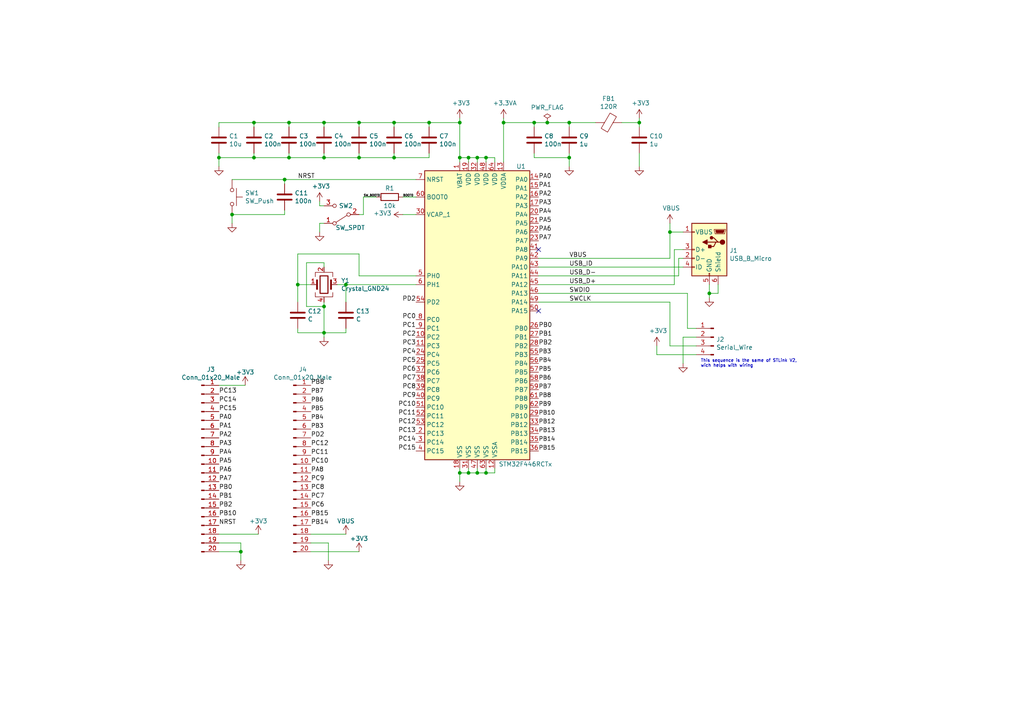
<source format=kicad_sch>
(kicad_sch (version 20211123) (generator eeschema)
  (paper "A4")
  (lib_symbols
    (symbol "Connector:Conn_01x04_Male" (pin_names (offset 1.016) hide)
      (property "Reference" "J" (at 0 5.08 0))
      (property "Value" "Conn_01x04_Male" (at 0 -7.62 0))
      (symbol "Conn_01x04_Male_1_1"
        (polyline (pts (xy 1.27 -5.08) (xy 0.8636 -5.08)) (stroke (width 0.1524)))
        (polyline (pts (xy 1.27 -2.54) (xy 0.8636 -2.54)) (stroke (width 0.1524)))
        (polyline (pts (xy 1.27 0) (xy 0.8636 0)) (stroke (width 0.1524)))
        (polyline (pts (xy 1.27 2.54) (xy 0.8636 2.54)) (stroke (width 0.1524)))
        (rectangle (start 0.8636 -4.953) (end 0 -5.207) (stroke (width 0.1524)) (fill (type outline)))
        (rectangle (start 0.8636 -2.413) (end 0 -2.667) (stroke (width 0.1524)) (fill (type outline)))
        (rectangle (start 0.8636 0.127) (end 0 -0.127) (stroke (width 0.1524)) (fill (type outline)))
        (rectangle (start 0.8636 2.667) (end 0 2.413) (stroke (width 0.1524)) (fill (type outline)))
        (pin passive line (at 5.08 2.54 180) (length 3.81) (name "Pin_1") (number "1"))
        (pin passive line (at 5.08 0 180) (length 3.81) (name "Pin_2") (number "2"))
        (pin passive line (at 5.08 -2.54 180) (length 3.81) (name "Pin_3") (number "3"))
        (pin passive line (at 5.08 -5.08 180) (length 3.81) (name "Pin_4") (number "4"))
      )
    )
    (symbol "Connector:Conn_01x20_Male" (pin_names (offset 1.016) hide)
      (property "Reference" "J" (at 0 25.4 0))
      (property "Value" "Conn_01x20_Male" (at 0 -27.94 0))
      (symbol "Conn_01x20_Male_1_1"
        (polyline (pts (xy 1.27 -25.4) (xy 0.8636 -25.4)) (stroke (width 0.1524)))
        (polyline (pts (xy 1.27 -22.86) (xy 0.8636 -22.86)) (stroke (width 0.1524)))
        (polyline (pts (xy 1.27 -20.32) (xy 0.8636 -20.32)) (stroke (width 0.1524)))
        (polyline (pts (xy 1.27 -17.78) (xy 0.8636 -17.78)) (stroke (width 0.1524)))
        (polyline (pts (xy 1.27 -15.24) (xy 0.8636 -15.24)) (stroke (width 0.1524)))
        (polyline (pts (xy 1.27 -12.7) (xy 0.8636 -12.7)) (stroke (width 0.1524)))
        (polyline (pts (xy 1.27 -10.16) (xy 0.8636 -10.16)) (stroke (width 0.1524)))
        (polyline (pts (xy 1.27 -7.62) (xy 0.8636 -7.62)) (stroke (width 0.1524)))
        (polyline (pts (xy 1.27 -5.08) (xy 0.8636 -5.08)) (stroke (width 0.1524)))
        (polyline (pts (xy 1.27 -2.54) (xy 0.8636 -2.54)) (stroke (width 0.1524)))
        (polyline (pts (xy 1.27 0) (xy 0.8636 0)) (stroke (width 0.1524)))
        (polyline (pts (xy 1.27 2.54) (xy 0.8636 2.54)) (stroke (width 0.1524)))
        (polyline (pts (xy 1.27 5.08) (xy 0.8636 5.08)) (stroke (width 0.1524)))
        (polyline (pts (xy 1.27 7.62) (xy 0.8636 7.62)) (stroke (width 0.1524)))
        (polyline (pts (xy 1.27 10.16) (xy 0.8636 10.16)) (stroke (width 0.1524)))
        (polyline (pts (xy 1.27 12.7) (xy 0.8636 12.7)) (stroke (width 0.1524)))
        (polyline (pts (xy 1.27 15.24) (xy 0.8636 15.24)) (stroke (width 0.1524)))
        (polyline (pts (xy 1.27 17.78) (xy 0.8636 17.78)) (stroke (width 0.1524)))
        (polyline (pts (xy 1.27 20.32) (xy 0.8636 20.32)) (stroke (width 0.1524)))
        (polyline (pts (xy 1.27 22.86) (xy 0.8636 22.86)) (stroke (width 0.1524)))
        (rectangle (start 0.8636 -25.273) (end 0 -25.527) (stroke (width 0.1524)) (fill (type outline)))
        (rectangle (start 0.8636 -22.733) (end 0 -22.987) (stroke (width 0.1524)) (fill (type outline)))
        (rectangle (start 0.8636 -20.193) (end 0 -20.447) (stroke (width 0.1524)) (fill (type outline)))
        (rectangle (start 0.8636 -17.653) (end 0 -17.907) (stroke (width 0.1524)) (fill (type outline)))
        (rectangle (start 0.8636 -15.113) (end 0 -15.367) (stroke (width 0.1524)) (fill (type outline)))
        (rectangle (start 0.8636 -12.573) (end 0 -12.827) (stroke (width 0.1524)) (fill (type outline)))
        (rectangle (start 0.8636 -10.033) (end 0 -10.287) (stroke (width 0.1524)) (fill (type outline)))
        (rectangle (start 0.8636 -7.493) (end 0 -7.747) (stroke (width 0.1524)) (fill (type outline)))
        (rectangle (start 0.8636 -4.953) (end 0 -5.207) (stroke (width 0.1524)) (fill (type outline)))
        (rectangle (start 0.8636 -2.413) (end 0 -2.667) (stroke (width 0.1524)) (fill (type outline)))
        (rectangle (start 0.8636 0.127) (end 0 -0.127) (stroke (width 0.1524)) (fill (type outline)))
        (rectangle (start 0.8636 2.667) (end 0 2.413) (stroke (width 0.1524)) (fill (type outline)))
        (rectangle (start 0.8636 5.207) (end 0 4.953) (stroke (width 0.1524)) (fill (type outline)))
        (rectangle (start 0.8636 7.747) (end 0 7.493) (stroke (width 0.1524)) (fill (type outline)))
        (rectangle (start 0.8636 10.287) (end 0 10.033) (stroke (width 0.1524)) (fill (type outline)))
        (rectangle (start 0.8636 12.827) (end 0 12.573) (stroke (width 0.1524)) (fill (type outline)))
        (rectangle (start 0.8636 15.367) (end 0 15.113) (stroke (width 0.1524)) (fill (type outline)))
        (rectangle (start 0.8636 17.907) (end 0 17.653) (stroke (width 0.1524)) (fill (type outline)))
        (rectangle (start 0.8636 20.447) (end 0 20.193) (stroke (width 0.1524)) (fill (type outline)))
        (rectangle (start 0.8636 22.987) (end 0 22.733) (stroke (width 0.1524)) (fill (type outline)))
        (pin passive line (at 5.08 22.86 180) (length 3.81) (name "Pin_1") (number "1"))
        (pin passive line (at 5.08 0 180) (length 3.81) (name "Pin_10") (number "10"))
        (pin passive line (at 5.08 -2.54 180) (length 3.81) (name "Pin_11") (number "11"))
        (pin passive line (at 5.08 -5.08 180) (length 3.81) (name "Pin_12") (number "12"))
        (pin passive line (at 5.08 -7.62 180) (length 3.81) (name "Pin_13") (number "13"))
        (pin passive line (at 5.08 -10.16 180) (length 3.81) (name "Pin_14") (number "14"))
        (pin passive line (at 5.08 -12.7 180) (length 3.81) (name "Pin_15") (number "15"))
        (pin passive line (at 5.08 -15.24 180) (length 3.81) (name "Pin_16") (number "16"))
        (pin passive line (at 5.08 -17.78 180) (length 3.81) (name "Pin_17") (number "17"))
        (pin passive line (at 5.08 -20.32 180) (length 3.81) (name "Pin_18") (number "18"))
        (pin passive line (at 5.08 -22.86 180) (length 3.81) (name "Pin_19") (number "19"))
        (pin passive line (at 5.08 20.32 180) (length 3.81) (name "Pin_2") (number "2"))
        (pin passive line (at 5.08 -25.4 180) (length 3.81) (name "Pin_20") (number "20"))
        (pin passive line (at 5.08 17.78 180) (length 3.81) (name "Pin_3") (number "3"))
        (pin passive line (at 5.08 15.24 180) (length 3.81) (name "Pin_4") (number "4"))
        (pin passive line (at 5.08 12.7 180) (length 3.81) (name "Pin_5") (number "5"))
        (pin passive line (at 5.08 10.16 180) (length 3.81) (name "Pin_6") (number "6"))
        (pin passive line (at 5.08 7.62 180) (length 3.81) (name "Pin_7") (number "7"))
        (pin passive line (at 5.08 5.08 180) (length 3.81) (name "Pin_8") (number "8"))
        (pin passive line (at 5.08 2.54 180) (length 3.81) (name "Pin_9") (number "9"))
      )
    )
    (symbol "Connector:USB_B_Micro" (pin_names (offset 1.016))
      (property "Reference" "J" (at -5.08 11.43 0))
      (property "Value" "USB_B_Micro" (at -5.08 8.89 0))
      (symbol "USB_B_Micro_0_1"
        (rectangle (start -5.08 -7.62) (end 5.08 7.62) (stroke (width 0.254)) (fill (type background)))
        (circle (center -3.81 2.159) (radius 0.635) (stroke (width 0.254)) (fill (type outline)))
        (circle (center -0.635 3.429) (radius 0.381) (stroke (width 0.254)) (fill (type outline)))
        (rectangle (start -0.127 -7.62) (end 0.127 -6.858))
        (polyline (pts (xy -1.905 2.159) (xy 0.635 2.159)) (stroke (width 0.254)))
        (polyline (pts (xy -3.175 2.159) (xy -2.54 2.159) (xy -1.27 3.429) (xy -0.635 3.429)) (stroke (width 0.254)))
        (polyline (pts (xy -2.54 2.159) (xy -1.905 2.159) (xy -1.27 0.889) (xy 0 0.889)) (stroke (width 0.254)))
        (polyline (pts (xy 0.635 2.794) (xy 0.635 1.524) (xy 1.905 2.159) (xy 0.635 2.794)) (stroke (width 0.254)) (fill (type outline)))
        (polyline (pts (xy -4.318 5.588) (xy -1.778 5.588) (xy -2.032 4.826) (xy -4.064 4.826) (xy -4.318 5.588)) (fill (type outline)))
        (polyline (pts (xy -4.699 5.842) (xy -4.699 5.588) (xy -4.445 4.826) (xy -4.445 4.572) (xy -1.651 4.572) (xy -1.651 4.826) (xy -1.397 5.588) (xy -1.397 5.842) (xy -4.699 5.842)))
        (rectangle (start 0.254 1.27) (end -0.508 0.508) (stroke (width 0.254)) (fill (type outline)))
        (rectangle (start 5.08 -5.207) (end 4.318 -4.953))
        (rectangle (start 5.08 -2.667) (end 4.318 -2.413))
        (rectangle (start 5.08 -0.127) (end 4.318 0.127))
        (rectangle (start 5.08 4.953) (end 4.318 5.207))
      )
      (symbol "USB_B_Micro_1_1"
        (pin power_out line (at 7.62 5.08 180) (length 2.54) (name "VBUS") (number "1"))
        (pin bidirectional line (at 7.62 -2.54 180) (length 2.54) (name "D-") (number "2"))
        (pin bidirectional line (at 7.62 0 180) (length 2.54) (name "D+") (number "3"))
        (pin passive line (at 7.62 -5.08 180) (length 2.54) (name "ID") (number "4"))
        (pin power_out line (at 0 -10.16 90) (length 2.54) (name "GND") (number "5"))
        (pin passive line (at -2.54 -10.16 90) (length 2.54) (name "Shield") (number "6"))
      )
    )
    (symbol "Device:C" (pin_numbers hide) (pin_names (offset 0.254))
      (property "Reference" "C" (at 0.635 2.54 0))
      (property "Value" "C" (at 0.635 -2.54 0))
      (symbol "C_0_1"
        (polyline (pts (xy -2.032 -0.762) (xy 2.032 -0.762)) (stroke (width 0.508)))
        (polyline (pts (xy -2.032 0.762) (xy 2.032 0.762)) (stroke (width 0.508)))
      )
      (symbol "C_1_1"
        (pin passive line (at 0 3.81 270) (length 2.794) (name "~") (number "1"))
        (pin passive line (at 0 -3.81 90) (length 2.794) (name "~") (number "2"))
      )
    )
    (symbol "Device:Crystal_GND24" (pin_names (offset 1.016) hide)
      (property "Reference" "Y" (at 3.175 5.08 0))
      (property "Value" "Crystal_GND24" (at 3.175 3.175 0))
      (symbol "Crystal_GND24_0_1"
        (rectangle (start -1.143 2.54) (end 1.143 -2.54) (stroke (width 0.3048)))
        (polyline (pts (xy -2.54 0) (xy -2.032 0)))
        (polyline (pts (xy -2.032 -1.27) (xy -2.032 1.27)) (stroke (width 0.508)))
        (polyline (pts (xy 0 -3.81) (xy 0 -3.556)))
        (polyline (pts (xy 0 3.556) (xy 0 3.81)))
        (polyline (pts (xy 2.032 -1.27) (xy 2.032 1.27)) (stroke (width 0.508)))
        (polyline (pts (xy 2.032 0) (xy 2.54 0)))
        (polyline (pts (xy -2.54 -2.286) (xy -2.54 -3.556) (xy 2.54 -3.556) (xy 2.54 -2.286)))
        (polyline (pts (xy -2.54 2.286) (xy -2.54 3.556) (xy 2.54 3.556) (xy 2.54 2.286)))
      )
      (symbol "Crystal_GND24_1_1"
        (pin passive line (at -3.81 0 0) (length 1.27) (name "1") (number "1"))
        (pin passive line (at 0 5.08 270) (length 1.27) (name "2") (number "2"))
        (pin passive line (at 3.81 0 180) (length 1.27) (name "3") (number "3"))
        (pin passive line (at 0 -5.08 90) (length 1.27) (name "4") (number "4"))
      )
    )
    (symbol "Device:Ferrite_Bead" (pin_numbers hide) (pin_names (offset 0))
      (property "Reference" "FB" (at -3.81 0.635 90))
      (property "Value" "Device_Ferrite_Bead" (at 3.81 0 90))
      (symbol "Ferrite_Bead_0_1"
        (polyline (pts (xy 0 -1.27) (xy 0 -1.2192)))
        (polyline (pts (xy 0 1.27) (xy 0 1.2954)))
        (polyline (pts (xy -2.7686 0.4064) (xy -1.7018 2.2606) (xy 2.7686 -0.3048) (xy 1.6764 -2.159) (xy -2.7686 0.4064)))
      )
      (symbol "Ferrite_Bead_1_1"
        (pin passive line (at 0 3.81 270) (length 2.54) (name "~") (number "1"))
        (pin passive line (at 0 -3.81 90) (length 2.54) (name "~") (number "2"))
      )
    )
    (symbol "Device:R" (pin_numbers hide) (pin_names (offset 0))
      (property "Reference" "R" (at 2.032 0 90))
      (property "Value" "R" (at 0 0 90))
      (symbol "R_0_1"
        (rectangle (start -1.016 -2.54) (end 1.016 2.54) (stroke (width 0.254)))
      )
      (symbol "R_1_1"
        (pin passive line (at 0 3.81 270) (length 1.27) (name "~") (number "1"))
        (pin passive line (at 0 -3.81 90) (length 1.27) (name "~") (number "2"))
      )
    )
    (symbol "MCU_ST_STM32F4:STM32F446RCTx"
      (property "Reference" "U" (at -15.24 41.91 0))
      (property "Value" "STM32F446RCTx" (at 10.16 41.91 0))
      (symbol "STM32F446RCTx_0_1"
        (rectangle (start -15.24 -43.18) (end 15.24 40.64) (stroke (width 0.254)) (fill (type background)))
      )
      (symbol "STM32F446RCTx_1_1"
        (pin power_in line (at -5.08 43.18 270) (length 2.54) (name "VBAT") (number "1"))
        (pin bidirectional line (at -17.78 -7.62 0) (length 2.54) (name "PC2") (number "10"))
        (pin bidirectional line (at -17.78 -10.16 0) (length 2.54) (name "PC3") (number "11"))
        (pin power_in line (at 5.08 -45.72 90) (length 2.54) (name "VSSA") (number "12"))
        (pin power_in line (at 7.62 43.18 270) (length 2.54) (name "VDDA") (number "13"))
        (pin bidirectional line (at 17.78 38.1 180) (length 2.54) (name "PA0") (number "14"))
        (pin bidirectional line (at 17.78 35.56 180) (length 2.54) (name "PA1") (number "15"))
        (pin bidirectional line (at 17.78 33.02 180) (length 2.54) (name "PA2") (number "16"))
        (pin bidirectional line (at 17.78 30.48 180) (length 2.54) (name "PA3") (number "17"))
        (pin power_in line (at -5.08 -45.72 90) (length 2.54) (name "VSS") (number "18"))
        (pin power_in line (at -2.54 43.18 270) (length 2.54) (name "VDD") (number "19"))
        (pin bidirectional line (at -17.78 -35.56 0) (length 2.54) (name "PC13") (number "2"))
        (pin bidirectional line (at 17.78 27.94 180) (length 2.54) (name "PA4") (number "20"))
        (pin bidirectional line (at 17.78 25.4 180) (length 2.54) (name "PA5") (number "21"))
        (pin bidirectional line (at 17.78 22.86 180) (length 2.54) (name "PA6") (number "22"))
        (pin bidirectional line (at 17.78 20.32 180) (length 2.54) (name "PA7") (number "23"))
        (pin bidirectional line (at -17.78 -12.7 0) (length 2.54) (name "PC4") (number "24"))
        (pin bidirectional line (at -17.78 -15.24 0) (length 2.54) (name "PC5") (number "25"))
        (pin bidirectional line (at 17.78 -5.08 180) (length 2.54) (name "PB0") (number "26"))
        (pin bidirectional line (at 17.78 -7.62 180) (length 2.54) (name "PB1") (number "27"))
        (pin bidirectional line (at 17.78 -10.16 180) (length 2.54) (name "PB2") (number "28"))
        (pin bidirectional line (at 17.78 -30.48 180) (length 2.54) (name "PB10") (number "29"))
        (pin bidirectional line (at -17.78 -38.1 0) (length 2.54) (name "PC14") (number "3"))
        (pin power_in line (at -17.78 27.94 0) (length 2.54) (name "VCAP_1") (number "30"))
        (pin power_in line (at -2.54 -45.72 90) (length 2.54) (name "VSS") (number "31"))
        (pin power_in line (at 0 43.18 270) (length 2.54) (name "VDD") (number "32"))
        (pin bidirectional line (at 17.78 -33.02 180) (length 2.54) (name "PB12") (number "33"))
        (pin bidirectional line (at 17.78 -35.56 180) (length 2.54) (name "PB13") (number "34"))
        (pin bidirectional line (at 17.78 -38.1 180) (length 2.54) (name "PB14") (number "35"))
        (pin bidirectional line (at 17.78 -40.64 180) (length 2.54) (name "PB15") (number "36"))
        (pin bidirectional line (at -17.78 -17.78 0) (length 2.54) (name "PC6") (number "37"))
        (pin bidirectional line (at -17.78 -20.32 0) (length 2.54) (name "PC7") (number "38"))
        (pin bidirectional line (at -17.78 -22.86 0) (length 2.54) (name "PC8") (number "39"))
        (pin bidirectional line (at -17.78 -40.64 0) (length 2.54) (name "PC15") (number "4"))
        (pin bidirectional line (at -17.78 -25.4 0) (length 2.54) (name "PC9") (number "40"))
        (pin bidirectional line (at 17.78 17.78 180) (length 2.54) (name "PA8") (number "41"))
        (pin bidirectional line (at 17.78 15.24 180) (length 2.54) (name "PA9") (number "42"))
        (pin bidirectional line (at 17.78 12.7 180) (length 2.54) (name "PA10") (number "43"))
        (pin bidirectional line (at 17.78 10.16 180) (length 2.54) (name "PA11") (number "44"))
        (pin bidirectional line (at 17.78 7.62 180) (length 2.54) (name "PA12") (number "45"))
        (pin bidirectional line (at 17.78 5.08 180) (length 2.54) (name "PA13") (number "46"))
        (pin power_in line (at 0 -45.72 90) (length 2.54) (name "VSS") (number "47"))
        (pin power_in line (at 2.54 43.18 270) (length 2.54) (name "VDD") (number "48"))
        (pin bidirectional line (at 17.78 2.54 180) (length 2.54) (name "PA14") (number "49"))
        (pin input line (at -17.78 10.16 0) (length 2.54) (name "PH0") (number "5"))
        (pin bidirectional line (at 17.78 0 180) (length 2.54) (name "PA15") (number "50"))
        (pin bidirectional line (at -17.78 -27.94 0) (length 2.54) (name "PC10") (number "51"))
        (pin bidirectional line (at -17.78 -30.48 0) (length 2.54) (name "PC11") (number "52"))
        (pin bidirectional line (at -17.78 -33.02 0) (length 2.54) (name "PC12") (number "53"))
        (pin bidirectional line (at -17.78 2.54 0) (length 2.54) (name "PD2") (number "54"))
        (pin bidirectional line (at 17.78 -12.7 180) (length 2.54) (name "PB3") (number "55"))
        (pin bidirectional line (at 17.78 -15.24 180) (length 2.54) (name "PB4") (number "56"))
        (pin bidirectional line (at 17.78 -17.78 180) (length 2.54) (name "PB5") (number "57"))
        (pin bidirectional line (at 17.78 -20.32 180) (length 2.54) (name "PB6") (number "58"))
        (pin bidirectional line (at 17.78 -22.86 180) (length 2.54) (name "PB7") (number "59"))
        (pin input line (at -17.78 7.62 0) (length 2.54) (name "PH1") (number "6"))
        (pin input line (at -17.78 33.02 0) (length 2.54) (name "BOOT0") (number "60"))
        (pin bidirectional line (at 17.78 -25.4 180) (length 2.54) (name "PB8") (number "61"))
        (pin bidirectional line (at 17.78 -27.94 180) (length 2.54) (name "PB9") (number "62"))
        (pin power_in line (at 2.54 -45.72 90) (length 2.54) (name "VSS") (number "63"))
        (pin power_in line (at 5.08 43.18 270) (length 2.54) (name "VDD") (number "64"))
        (pin input line (at -17.78 38.1 0) (length 2.54) (name "NRST") (number "7"))
        (pin bidirectional line (at -17.78 -2.54 0) (length 2.54) (name "PC0") (number "8"))
        (pin bidirectional line (at -17.78 -5.08 0) (length 2.54) (name "PC1") (number "9"))
      )
    )
    (symbol "Switch:SW_Push" (pin_numbers hide) (pin_names (offset 1.016) hide)
      (property "Reference" "SW" (at 1.27 2.54 0))
      (property "Value" "SW_Push" (at 0 -1.524 0))
      (symbol "SW_Push_0_1"
        (circle (center -2.032 0) (radius 0.508))
        (polyline (pts (xy 0 1.27) (xy 0 3.048)))
        (polyline (pts (xy 2.54 1.27) (xy -2.54 1.27)))
        (circle (center 2.032 0) (radius 0.508))
        (pin passive line (at -5.08 0 0) (length 2.54) (name "1") (number "1"))
        (pin passive line (at 5.08 0 180) (length 2.54) (name "2") (number "2"))
      )
    )
    (symbol "Switch:SW_SPDT" (pin_names (offset 0) hide)
      (property "Reference" "SW" (at 0 4.318 0))
      (property "Value" "SW_SPDT" (at 0 -5.08 0))
      (symbol "SW_SPDT_0_0"
        (circle (center -2.032 0) (radius 0.508))
        (circle (center 2.032 -2.54) (radius 0.508))
      )
      (symbol "SW_SPDT_0_1"
        (polyline (pts (xy -1.524 0.254) (xy 1.651 2.286)))
        (circle (center 2.032 2.54) (radius 0.508))
      )
      (symbol "SW_SPDT_1_1"
        (pin passive line (at 5.08 2.54 180) (length 2.54) (name "A") (number "1"))
        (pin passive line (at -5.08 0 0) (length 2.54) (name "B") (number "2"))
        (pin passive line (at 5.08 -2.54 180) (length 2.54) (name "C") (number "3"))
      )
    )
    (symbol "power:+3.3VA" (power) (pin_names (offset 0))
      (property "Value" "+3.3VA" (at 0 3.556 0))
      (symbol "+3.3VA_0_1"
        (polyline (pts (xy -0.762 1.27) (xy 0 2.54)))
        (polyline (pts (xy 0 0) (xy 0 2.54)))
        (polyline (pts (xy 0 2.54) (xy 0.762 1.27)))
      )
      (symbol "+3.3VA_1_1"
        (pin power_in line (at 0 0 90) (length 0) hide (name "+3.3VA") (number "1"))
      )
    )
    (symbol "power:+3V3" (power) (pin_names (offset 0))
      (property "Value" "+3V3" (at 0 3.556 0))
      (symbol "+3V3_0_1"
        (polyline (pts (xy -0.762 1.27) (xy 0 2.54)))
        (polyline (pts (xy 0 0) (xy 0 2.54)))
        (polyline (pts (xy 0 2.54) (xy 0.762 1.27)))
      )
      (symbol "+3V3_1_1"
        (pin power_in line (at 0 0 90) (length 0) hide (name "+3V3") (number "1"))
      )
    )
    (symbol "power:GND" (power) (pin_names (offset 0))
      (property "Value" "GND" (at 0 -3.81 0))
      (symbol "GND_0_1"
        (polyline (pts (xy 0 0) (xy 0 -1.27) (xy 1.27 -1.27) (xy 0 -2.54) (xy -1.27 -1.27) (xy 0 -1.27)))
      )
      (symbol "GND_1_1"
        (pin power_in line (at 0 0 270) (length 0) hide (name "GND") (number "1"))
      )
    )
    (symbol "power:PWR_FLAG" (power) (pin_numbers hide) (pin_names (offset 0) hide)
      (property "Value" "PWR_FLAG" (at 0 3.81 0))
      (symbol "PWR_FLAG_0_0"
        (pin power_out line (at 0 0 90) (length 0) (name "pwr") (number "1"))
      )
      (symbol "PWR_FLAG_0_1"
        (polyline (pts (xy 0 0) (xy 0 1.27) (xy -1.016 1.905) (xy 0 2.54) (xy 1.016 1.905) (xy 0 1.27)))
      )
    )
    (symbol "power:VBUS" (power) (pin_names (offset 0))
      (property "Value" "VBUS" (at 0 3.81 0))
      (symbol "VBUS_0_1"
        (polyline (pts (xy -0.762 1.27) (xy 0 2.54)))
        (polyline (pts (xy 0 0) (xy 0 2.54)))
        (polyline (pts (xy 0 2.54) (xy 0.762 1.27)))
      )
      (symbol "VBUS_1_1"
        (pin power_in line (at 0 0 90) (length 0) hide (name "VBUS") (number "1"))
      )
    )
  )
  (junction (at 205.74 85.09))
  (junction (at 73.66 45.72))
  (junction (at 100.33 82.55))
  (junction (at 114.3 35.56))
  (junction (at 154.94 35.56))
  (junction (at 158.75 35.56))
  (junction (at 83.82 35.56))
  (junction (at 165.1 35.56))
  (junction (at 124.46 35.56))
  (junction (at 138.43 137.16))
  (junction (at 67.31 62.23))
  (junction (at 165.1 45.72))
  (junction (at 83.82 45.72))
  (junction (at 104.14 45.72))
  (junction (at 133.35 35.56))
  (junction (at 135.89 137.16))
  (junction (at 194.31 67.31))
  (junction (at 133.35 45.72))
  (junction (at 114.3 45.72))
  (junction (at 185.42 35.56))
  (junction (at 146.05 35.56))
  (junction (at 73.66 35.56))
  (junction (at 133.35 137.16))
  (junction (at 69.85 160.02))
  (junction (at 104.14 35.56))
  (junction (at 86.36 82.55))
  (junction (at 140.97 45.72))
  (junction (at 138.43 45.72))
  (junction (at 135.89 45.72))
  (junction (at 82.55 52.07))
  (junction (at 93.98 96.52))
  (junction (at 93.98 88.9))
  (junction (at 93.98 35.56))
  (junction (at 140.97 137.16))
  (junction (at 63.5 45.72))
  (junction (at 93.98 45.72))
  (no_connect (at 156.21 90.17))
  (no_connect (at 156.21 72.39))
  (wire (pts (xy 156.21 80.01) (xy 196.85 80.01)))
  (wire (pts (xy 208.28 85.09) (xy 205.74 85.09)))
  (wire (pts (xy 133.35 45.72) (xy 135.89 45.72)))
  (wire (pts (xy 93.98 96.52) (xy 86.36 96.52)))
  (wire (pts (xy 154.94 44.45) (xy 154.94 45.72)))
  (wire (pts (xy 93.98 35.56) (xy 83.82 35.56)))
  (wire (pts (xy 185.42 44.45) (xy 185.42 48.26)))
  (wire (pts (xy 143.51 135.89) (xy 143.51 137.16)))
  (wire (pts (xy 124.46 35.56) (xy 114.3 35.56)))
  (wire (pts (xy 120.65 80.01) (xy 104.14 80.01)))
  (wire (pts (xy 63.5 160.02) (xy 69.85 160.02)))
  (wire (pts (xy 140.97 45.72) (xy 143.51 45.72)))
  (wire (pts (xy 114.3 36.83) (xy 114.3 35.56)))
  (wire (pts (xy 165.1 35.56) (xy 158.75 35.56)))
  (wire (pts (xy 95.25 157.48) (xy 90.17 157.48)))
  (wire (pts (xy 92.71 58.42) (xy 92.71 59.69)))
  (wire (pts (xy 120.65 82.55) (xy 100.33 82.55)))
  (wire (pts (xy 114.3 45.72) (xy 104.14 45.72)))
  (wire (pts (xy 92.71 67.31) (xy 92.71 64.77)))
  (wire (pts (xy 69.85 160.02) (xy 69.85 162.56)))
  (wire (pts (xy 92.71 59.69) (xy 93.98 59.69)))
  (wire (pts (xy 92.71 64.77) (xy 93.98 64.77)))
  (wire (pts (xy 83.82 45.72) (xy 83.82 44.45)))
  (wire (pts (xy 82.55 62.23) (xy 67.31 62.23)))
  (wire (pts (xy 205.74 85.09) (xy 205.74 82.55)))
  (wire (pts (xy 88.9 76.2) (xy 88.9 88.9)))
  (wire (pts (xy 158.75 35.56) (xy 154.94 35.56)))
  (wire (pts (xy 104.14 36.83) (xy 104.14 35.56)))
  (wire (pts (xy 86.36 82.55) (xy 86.36 87.63)))
  (wire (pts (xy 63.5 35.56) (xy 63.5 36.83)))
  (wire (pts (xy 172.72 35.56) (xy 165.1 35.56)))
  (wire (pts (xy 114.3 35.56) (xy 104.14 35.56)))
  (wire (pts (xy 86.36 95.25) (xy 86.36 96.52)))
  (wire (pts (xy 196.85 74.93) (xy 198.12 74.93)))
  (wire (pts (xy 93.98 45.72) (xy 93.98 44.45)))
  (wire (pts (xy 190.5 102.87) (xy 190.5 100.33)))
  (wire (pts (xy 154.94 36.83) (xy 154.94 35.56)))
  (wire (pts (xy 83.82 45.72) (xy 73.66 45.72)))
  (wire (pts (xy 199.39 95.25) (xy 201.93 95.25)))
  (wire (pts (xy 194.31 87.63) (xy 194.31 100.33)))
  (wire (pts (xy 143.51 137.16) (xy 140.97 137.16)))
  (wire (pts (xy 199.39 85.09) (xy 199.39 95.25)))
  (wire (pts (xy 90.17 154.94) (xy 100.33 154.94)))
  (wire (pts (xy 133.35 34.29) (xy 133.35 35.56)))
  (wire (pts (xy 82.55 52.07) (xy 82.55 53.34)))
  (wire (pts (xy 82.55 52.07) (xy 67.31 52.07)))
  (wire (pts (xy 133.35 35.56) (xy 124.46 35.56)))
  (wire (pts (xy 154.94 35.56) (xy 146.05 35.56)))
  (wire (pts (xy 95.25 162.56) (xy 95.25 157.48)))
  (wire (pts (xy 156.21 82.55) (xy 195.58 82.55)))
  (wire (pts (xy 63.5 45.72) (xy 63.5 44.45)))
  (wire (pts (xy 135.89 46.99) (xy 135.89 45.72)))
  (wire (pts (xy 83.82 35.56) (xy 73.66 35.56)))
  (wire (pts (xy 124.46 45.72) (xy 114.3 45.72)))
  (wire (pts (xy 135.89 135.89) (xy 135.89 137.16)))
  (wire (pts (xy 194.31 67.31) (xy 198.12 67.31)))
  (wire (pts (xy 138.43 135.89) (xy 138.43 137.16)))
  (wire (pts (xy 63.5 154.94) (xy 74.93 154.94)))
  (wire (pts (xy 100.33 96.52) (xy 93.98 96.52)))
  (wire (pts (xy 146.05 35.56) (xy 146.05 46.99)))
  (wire (pts (xy 196.85 80.01) (xy 196.85 74.93)))
  (wire (pts (xy 100.33 82.55) (xy 97.79 82.55)))
  (wire (pts (xy 140.97 46.99) (xy 140.97 45.72)))
  (wire (pts (xy 93.98 77.47) (xy 93.98 76.2)))
  (wire (pts (xy 140.97 137.16) (xy 138.43 137.16)))
  (wire (pts (xy 63.5 157.48) (xy 69.85 157.48)))
  (wire (pts (xy 135.89 45.72) (xy 138.43 45.72)))
  (wire (pts (xy 105.41 62.23) (xy 105.41 57.15)))
  (wire (pts (xy 154.94 45.72) (xy 165.1 45.72)))
  (wire (pts (xy 104.14 45.72) (xy 93.98 45.72)))
  (wire (pts (xy 93.98 45.72) (xy 83.82 45.72)))
  (wire (pts (xy 104.14 73.66) (xy 86.36 73.66)))
  (wire (pts (xy 124.46 36.83) (xy 124.46 35.56)))
  (wire (pts (xy 93.98 88.9) (xy 93.98 87.63)))
  (wire (pts (xy 165.1 45.72) (xy 165.1 44.45)))
  (wire (pts (xy 133.35 45.72) (xy 133.35 46.99)))
  (wire (pts (xy 93.98 36.83) (xy 93.98 35.56)))
  (wire (pts (xy 133.35 137.16) (xy 133.35 139.7)))
  (wire (pts (xy 156.21 85.09) (xy 199.39 85.09)))
  (wire (pts (xy 90.17 160.02) (xy 104.14 160.02)))
  (wire (pts (xy 165.1 48.26) (xy 165.1 45.72)))
  (wire (pts (xy 138.43 46.99) (xy 138.43 45.72)))
  (wire (pts (xy 104.14 45.72) (xy 104.14 44.45)))
  (wire (pts (xy 124.46 44.45) (xy 124.46 45.72)))
  (wire (pts (xy 198.12 97.79) (xy 201.93 97.79)))
  (wire (pts (xy 93.98 76.2) (xy 88.9 76.2)))
  (wire (pts (xy 201.93 102.87) (xy 190.5 102.87)))
  (wire (pts (xy 73.66 45.72) (xy 73.66 44.45)))
  (wire (pts (xy 185.42 35.56) (xy 185.42 36.83)))
  (wire (pts (xy 73.66 36.83) (xy 73.66 35.56)))
  (wire (pts (xy 114.3 44.45) (xy 114.3 45.72)))
  (wire (pts (xy 156.21 87.63) (xy 194.31 87.63)))
  (wire (pts (xy 104.14 62.23) (xy 105.41 62.23)))
  (wire (pts (xy 133.35 35.56) (xy 133.35 45.72)))
  (wire (pts (xy 73.66 35.56) (xy 63.5 35.56)))
  (wire (pts (xy 135.89 137.16) (xy 133.35 137.16)))
  (wire (pts (xy 208.28 82.55) (xy 208.28 85.09)))
  (wire (pts (xy 146.05 34.29) (xy 146.05 35.56)))
  (wire (pts (xy 195.58 82.55) (xy 195.58 72.39)))
  (wire (pts (xy 82.55 52.07) (xy 120.65 52.07)))
  (wire (pts (xy 133.35 135.89) (xy 133.35 137.16)))
  (wire (pts (xy 198.12 97.79) (xy 198.12 105.41)))
  (wire (pts (xy 105.41 57.15) (xy 109.22 57.15)))
  (wire (pts (xy 93.98 96.52) (xy 93.98 88.9)))
  (wire (pts (xy 205.74 86.36) (xy 205.74 85.09)))
  (wire (pts (xy 69.85 157.48) (xy 69.85 160.02)))
  (wire (pts (xy 143.51 45.72) (xy 143.51 46.99)))
  (wire (pts (xy 93.98 97.79) (xy 93.98 96.52)))
  (wire (pts (xy 180.34 35.56) (xy 185.42 35.56)))
  (wire (pts (xy 82.55 60.96) (xy 82.55 62.23)))
  (wire (pts (xy 194.31 100.33) (xy 201.93 100.33)))
  (wire (pts (xy 83.82 36.83) (xy 83.82 35.56)))
  (wire (pts (xy 63.5 45.72) (xy 63.5 48.26)))
  (wire (pts (xy 67.31 64.77) (xy 67.31 62.23)))
  (wire (pts (xy 138.43 137.16) (xy 135.89 137.16)))
  (wire (pts (xy 156.21 74.93) (xy 194.31 74.93)))
  (wire (pts (xy 86.36 73.66) (xy 86.36 82.55)))
  (wire (pts (xy 73.66 45.72) (xy 63.5 45.72)))
  (wire (pts (xy 140.97 135.89) (xy 140.97 137.16)))
  (wire (pts (xy 104.14 80.01) (xy 104.14 73.66)))
  (wire (pts (xy 194.31 74.93) (xy 194.31 67.31)))
  (wire (pts (xy 63.5 111.76) (xy 71.12 111.76)))
  (wire (pts (xy 86.36 82.55) (xy 90.17 82.55)))
  (wire (pts (xy 116.84 57.15) (xy 120.65 57.15)))
  (wire (pts (xy 185.42 34.29) (xy 185.42 35.56)))
  (wire (pts (xy 138.43 45.72) (xy 140.97 45.72)))
  (wire (pts (xy 104.14 35.56) (xy 93.98 35.56)))
  (wire (pts (xy 100.33 95.25) (xy 100.33 96.52)))
  (wire (pts (xy 116.84 62.23) (xy 120.65 62.23)))
  (wire (pts (xy 100.33 82.55) (xy 100.33 87.63)))
  (wire (pts (xy 195.58 72.39) (xy 198.12 72.39)))
  (wire (pts (xy 156.21 77.47) (xy 198.12 77.47)))
  (wire (pts (xy 194.31 64.77) (xy 194.31 67.31)))
  (wire (pts (xy 165.1 36.83) (xy 165.1 35.56)))
  (wire (pts (xy 88.9 88.9) (xy 93.98 88.9)))
  (text "This sequence is the same of STLink V2,\nwich helps with wiring" (at 203.2 106.68 0) (effects (font (size 0.889 0.889)) (justify left bottom)))
  (label "PB7" (at 156.21 113.03 0) (effects (font (size 1.1938 1.1938))))
  (label "PB10" (at 156.21 120.65 0) (effects (font (size 1.1938 1.1938))))
  (label "PB9" (at 156.21 118.11 0) (effects (font (size 1.1938 1.1938))))
  (label "PB5" (at 156.21 107.95 0) (effects (font (size 1.1938 1.1938))))
  (label "PB15" (at 156.21 130.81 0) (effects (font (size 1.1938 1.1938))))
  (label "PC1" (at 120.65 95.25 180))
  (label "PB0" (at 63.5 142.24 0))
  (label "PA3" (at 156.21 59.69 0))
  (label "PC9" (at 120.65 115.57 180))
  (label "PB2" (at 156.21 100.33 0))
  (label "PB10" (at 63.5 149.86 0))
  (label "NRST" (at 63.5 152.4 0))
  (label "PC0" (at 120.65 92.71 180))
  (label "PB8" (at 90.17 111.76 0))
  (label "PB3" (at 90.17 124.46 0) (effects (font (size 1.1938 1.1938))))
  (label "PB14" (at 90.17 152.4 0))
  (label "PB3" (at 156.21 102.87 0) (effects (font (size 1.1938 1.1938))))
  (label "PA0" (at 63.5 121.92 0))
  (label "PC14" (at 120.65 128.27 180))
  (label "PC3" (at 120.65 100.33 180))
  (label "PC12" (at 120.65 123.19 180))
  (label "PC13" (at 120.65 125.73 180))
  (label "PC11" (at 90.17 132.08 0))
  (label "PC8" (at 120.65 113.03 180))
  (label "PB0" (at 156.21 95.25 0))
  (label "PC14" (at 63.5 116.84 0))
  (label "SWDIO" (at 165.1 85.09 0))
  (label "SWCLK" (at 165.1 87.63 0))
  (label "SW_BOOT0" (at 105.41 57.15 0) (effects (font (size 0.6096 0.6096))))
  (label "PC10" (at 120.65 118.11 180))
  (label "PB6" (at 90.17 116.84 0) (effects (font (size 1.1938 1.1938))))
  (label "BOOT0" (at 116.84 57.15 0) (effects (font (size 0.6096 0.6096))))
  (label "PA4" (at 63.5 132.08 0))
  (label "PB8" (at 156.21 115.57 0) (effects (font (size 1.1938 1.1938))))
  (label "PA1" (at 156.21 54.61 0))
  (label "PA6" (at 156.21 67.31 0))
  (label "PA7" (at 63.5 139.7 0))
  (label "PC10" (at 90.17 134.62 0))
  (label "NRST" (at 86.36 52.07 0))
  (label "PA4" (at 156.21 62.23 0))
  (label "PA3" (at 63.5 129.54 0))
  (label "PA2" (at 63.5 127 0))
  (label "USB_ID" (at 165.1 77.47 0))
  (label "PB2" (at 63.5 147.32 0))
  (label "PA6" (at 63.5 137.16 0))
  (label "PC6" (at 90.17 147.32 0))
  (label "PB1" (at 63.5 144.78 0))
  (label "PB7" (at 90.17 114.3 0) (effects (font (size 1.1938 1.1938))))
  (label "USB_D-" (at 165.1 80.01 0))
  (label "PC13" (at 63.5 114.3 0))
  (label "PA5" (at 63.5 134.62 0))
  (label "PA8" (at 90.17 137.16 0))
  (label "PB6" (at 156.21 110.49 0) (effects (font (size 1.1938 1.1938))))
  (label "PC7" (at 120.65 110.49 180))
  (label "PB1" (at 156.21 97.79 0))
  (label "PA0" (at 156.21 52.07 0))
  (label "PC4" (at 120.65 102.87 180))
  (label "PC5" (at 120.65 105.41 180))
  (label "PB4" (at 156.21 105.41 0) (effects (font (size 1.1938 1.1938))))
  (label "PC15" (at 120.65 130.81 180))
  (label "PC11" (at 120.65 120.65 180))
  (label "PC7" (at 90.17 144.78 0))
  (label "PB12" (at 156.21 123.19 0) (effects (font (size 1.1938 1.1938))))
  (label "PC2" (at 120.65 97.79 180))
  (label "VBUS" (at 165.1 74.93 0))
  (label "PD2" (at 120.65 87.63 180))
  (label "PB13" (at 156.21 125.73 0) (effects (font (size 1.1938 1.1938))))
  (label "PD2" (at 90.17 127 0))
  (label "PA2" (at 156.21 57.15 0))
  (label "PB4" (at 90.17 121.92 0) (effects (font (size 1.1938 1.1938))))
  (label "PB5" (at 90.17 119.38 0) (effects (font (size 1.1938 1.1938))))
  (label "PC9" (at 90.17 139.7 0))
  (label "PA1" (at 63.5 124.46 0))
  (label "PA5" (at 156.21 64.77 0))
  (label "PB15" (at 90.17 149.86 0))
  (label "PC6" (at 120.65 107.95 180))
  (label "USB_D+" (at 165.1 82.55 0))
  (label "PA7" (at 156.21 69.85 0))
  (label "PC12" (at 90.17 129.54 0))
  (label "PB14" (at 156.21 128.27 0) (effects (font (size 1.1938 1.1938))))
  (label "PC8" (at 90.17 142.24 0))
  (label "PC15" (at 63.5 119.38 0))
  (symbol (lib_id "MCU_ST_STM32F4:STM32F446RCTx") (at 138.43 90.17 0) (unit 1)
    (property "Reference" "U1" (at 151.13 48.26 0))
    (property "Value" "STM32F446RCTx" (at 152.4 134.62 0))
    (property "Footprint" "Package_QFP:LQFP-64_10x10mm_P0.5mm" (effects hide))
    (property "Datasheet" "http://www.st.com/st-web-ui/static/active/en/resource/technical/document/datasheet/DM00141306.pdf" (effects hide))
  )
  (symbol (lib_id "Device:C") (at 124.46 40.64 0) (unit 1)
    (property "Reference" "C7" (at 127.381 39.4716 0) (effects (justify left)))
    (property "Value" "100n" (at 127.381 41.783 0) (effects (justify left)))
  )
  (symbol (lib_id "power:GND") (at 133.35 139.7 0) (unit 1)
    (property "Reference" "#PWR0101" (effects hide))
    (property "Value" "GND" (effects hide))
  )
  (symbol (lib_id "power:+3V3") (at 133.35 34.29 0) (unit 1)
    (property "Reference" "#PWR0104" (effects hide))
    (property "Value" "+3V3" (at 133.731 29.8958 0))
  )
  (symbol (lib_id "Device:C") (at 114.3 40.64 0) (unit 1)
    (property "Reference" "C6" (at 117.221 39.4716 0) (effects (justify left)))
    (property "Value" "100n" (at 117.221 41.783 0) (effects (justify left)))
  )
  (symbol (lib_id "Device:C") (at 104.14 40.64 0) (unit 1)
    (property "Reference" "C5" (at 107.061 39.4716 0) (effects (justify left)))
    (property "Value" "100n" (at 107.061 41.783 0) (effects (justify left)))
  )
  (symbol (lib_id "Device:C") (at 93.98 40.64 0) (unit 1)
    (property "Reference" "C4" (at 96.901 39.4716 0) (effects (justify left)))
    (property "Value" "100n" (at 96.901 41.783 0) (effects (justify left)))
  )
  (symbol (lib_id "Device:C") (at 83.82 40.64 0) (unit 1)
    (property "Reference" "C3" (at 86.741 39.4716 0) (effects (justify left)))
    (property "Value" "100n" (at 86.741 41.783 0) (effects (justify left)))
  )
  (symbol (lib_id "Device:C") (at 63.5 40.64 0) (unit 1)
    (property "Reference" "C1" (at 66.421 39.4716 0) (effects (justify left)))
    (property "Value" "10u" (at 66.421 41.783 0) (effects (justify left)))
  )
  (symbol (lib_id "power:GND") (at 63.5 48.26 0) (unit 1)
    (property "Reference" "#PWR0116" (effects hide))
    (property "Value" "GND" (effects hide))
  )
  (symbol (lib_id "power:+3.3VA") (at 146.05 34.29 0) (unit 1)
    (property "Reference" "#PWR0102" (effects hide))
    (property "Value" "+3.3VA" (at 146.431 29.8958 0))
  )
  (symbol (lib_id "Device:C") (at 154.94 40.64 0) (unit 1)
    (property "Reference" "C8" (at 157.861 39.4716 0) (effects (justify left)))
    (property "Value" "100n" (at 157.861 41.783 0) (effects (justify left)))
  )
  (symbol (lib_id "Device:C") (at 165.1 40.64 0) (unit 1)
    (property "Reference" "C9" (at 168.021 39.4716 0) (effects (justify left)))
    (property "Value" "1u" (at 168.021 41.783 0) (effects (justify left)))
  )
  (symbol (lib_id "Device:Ferrite_Bead") (at 176.53 35.56 270) (unit 1)
    (property "Reference" "FB1" (at 176.53 28.6004 90))
    (property "Value" "120R" (at 176.53 30.9118 90))
  )
  (symbol (lib_id "Device:C") (at 185.42 40.64 0) (unit 1)
    (property "Reference" "C10" (at 188.341 39.4716 0) (effects (justify left)))
    (property "Value" "1u" (at 188.341 41.783 0) (effects (justify left)))
  )
  (symbol (lib_id "power:GND") (at 165.1 48.26 0) (unit 1)
    (property "Reference" "#PWR0103" (effects hide))
    (property "Value" "GND" (effects hide))
  )
  (symbol (lib_id "power:GND") (at 185.42 48.26 0) (unit 1)
    (property "Reference" "#PWR0106" (effects hide))
    (property "Value" "GND" (effects hide))
  )
  (symbol (lib_id "power:+3V3") (at 185.42 34.29 0) (unit 1)
    (property "Reference" "#PWR0105" (effects hide))
    (property "Value" "+3V3" (at 185.801 29.8958 0))
  )
  (symbol (lib_id "power:PWR_FLAG") (at 158.75 35.56 0) (unit 1)
    (property "Reference" "#FLG0101" (effects hide))
    (property "Value" "PWR_FLAG" (at 158.75 31.1658 0))
  )
  (symbol (lib_id "Switch:SW_Push") (at 67.31 57.15 270) (unit 1)
    (property "Reference" "SW1" (at 71.0692 55.9816 90) (effects (justify left)))
    (property "Value" "SW_Push" (at 71.0692 58.293 90) (effects (justify left)))
  )
  (symbol (lib_id "power:GND") (at 67.31 64.77 0) (unit 1)
    (property "Reference" "#PWR0112" (effects hide))
    (property "Value" "GND" (effects hide))
  )
  (symbol (lib_id "Device:C") (at 82.55 57.15 0) (unit 1)
    (property "Reference" "C11" (at 85.471 55.9816 0) (effects (justify left)))
    (property "Value" "100n" (at 85.471 58.293 0) (effects (justify left)))
  )
  (symbol (lib_id "Switch:SW_SPDT") (at 99.06 62.23 180) (unit 1)
    (property "Reference" "SW2" (at 100.33 59.69 0))
    (property "Value" "SW_SPDT" (at 101.6 66.04 0))
  )
  (symbol (lib_id "Device:R") (at 113.03 57.15 270) (unit 1)
    (property "Reference" "R1" (at 113.03 54.61 90))
    (property "Value" "10k" (at 113.03 59.69 90))
  )
  (symbol (lib_id "power:GND") (at 92.71 67.31 0) (unit 1)
    (property "Reference" "#PWR0113" (effects hide))
    (property "Value" "GND" (effects hide))
  )
  (symbol (lib_id "power:+3V3") (at 92.71 58.42 0) (unit 1)
    (property "Reference" "#PWR0111" (effects hide))
    (property "Value" "+3V3" (at 93.091 54.0258 0))
  )
  (symbol (lib_id "Device:C") (at 73.66 40.64 0) (unit 1)
    (property "Reference" "C2" (at 76.581 39.4716 0) (effects (justify left)))
    (property "Value" "100n" (at 76.581 41.783 0) (effects (justify left)))
  )
  (symbol (lib_id "power:+3V3") (at 116.84 62.23 90) (unit 1)
    (property "Reference" "#PWR0114" (effects hide))
    (property "Value" "+3V3" (at 113.5888 61.849 90) (effects (justify left)))
  )
  (symbol (lib_id "Device:Crystal_GND24") (at 93.98 82.55 0) (unit 1)
    (property "Reference" "Y1" (at 98.9076 81.3816 0) (effects (justify left)))
    (property "Value" "Crystal_GND24" (at 98.9076 83.693 0) (effects (justify left)))
  )
  (symbol (lib_id "power:GND") (at 93.98 97.79 0) (unit 1)
    (property "Reference" "#PWR0115" (effects hide))
    (property "Value" "GND" (effects hide))
  )
  (symbol (lib_id "Device:C") (at 86.36 91.44 0) (unit 1)
    (property "Reference" "C12" (at 89.281 90.2716 0) (effects (justify left)))
    (property "Value" "C" (at 89.281 92.583 0) (effects (justify left)))
  )
  (symbol (lib_id "Device:C") (at 100.33 91.44 0) (unit 1)
    (property "Reference" "C13" (at 103.251 90.2716 0) (effects (justify left)))
    (property "Value" "C" (at 103.251 92.583 0) (effects (justify left)))
  )
  (symbol (lib_id "Connector:USB_B_Micro") (at 205.74 72.39 0) (mirror y) (unit 1)
    (property "Reference" "J1" (at 211.582 72.6694 0) (effects (justify right)))
    (property "Value" "USB_B_Micro" (at 211.582 74.9808 0) (effects (justify right)))
  )
  (symbol (lib_id "power:VBUS") (at 194.31 64.77 0) (unit 1)
    (property "Reference" "#PWR0110" (effects hide))
    (property "Value" "VBUS" (at 194.691 60.3758 0))
  )
  (symbol (lib_id "power:GND") (at 205.74 86.36 0) (unit 1)
    (property "Reference" "#PWR0108" (effects hide))
    (property "Value" "GND" (effects hide))
  )
  (symbol (lib_id "Connector:Conn_01x04_Male") (at 207.01 97.79 0) (mirror y) (unit 1)
    (property "Reference" "J2" (at 207.7212 98.4504 0) (effects (justify right)))
    (property "Value" "Serial_Wire" (at 207.7212 100.7618 0) (effects (justify right)))
  )
  (symbol (lib_id "power:+3V3") (at 190.5 100.33 0) (unit 1)
    (property "Reference" "#PWR0109" (effects hide))
    (property "Value" "+3V3" (at 190.881 95.9358 0))
  )
  (symbol (lib_id "power:GND") (at 198.12 105.41 0) (unit 1)
    (property "Reference" "#PWR0107" (effects hide))
    (property "Value" "GND" (effects hide))
  )
  (symbol (lib_id "Connector:Conn_01x20_Male") (at 58.42 134.62 0) (unit 1)
    (property "Reference" "J3" (at 61.1632 107.1626 0))
    (property "Value" "Conn_01x20_Male" (at 61.1632 109.474 0))
  )
  (symbol (lib_id "Connector:Conn_01x20_Male") (at 85.09 134.62 0) (unit 1)
    (property "Reference" "J4" (at 87.8332 107.1626 0))
    (property "Value" "Conn_01x20_Male" (at 87.8332 109.474 0))
  )
  (symbol (lib_id "power:VBUS") (at 100.33 154.94 0) (unit 1)
    (property "Reference" "#PWR0120" (effects hide))
    (property "Value" "VBUS" (at 100.33 151.13 0))
  )
  (symbol (lib_id "power:GND") (at 95.25 162.56 0) (unit 1)
    (property "Reference" "#PWR0121" (effects hide))
    (property "Value" "GND" (effects hide))
  )
  (symbol (lib_id "power:GND") (at 69.85 162.56 0) (unit 1)
    (property "Reference" "#PWR0122" (effects hide))
    (property "Value" "GND" (effects hide))
  )
  (symbol (lib_id "power:+3V3") (at 74.93 154.94 0) (unit 1)
    (property "Reference" "#PWR0117" (effects hide))
    (property "Value" "+3V3" (at 74.93 151.13 0))
  )
  (symbol (lib_id "power:+3V3") (at 104.14 160.02 0) (unit 1)
    (property "Reference" "#PWR0119" (effects hide))
    (property "Value" "+3V3" (at 104.14 156.21 0))
  )
  (symbol (lib_id "power:+3V3") (at 71.12 111.76 0) (unit 1)
    (property "Reference" "#PWR0118" (effects hide))
    (property "Value" "+3V3" (at 71.12 107.95 0))
  )
)
</source>
